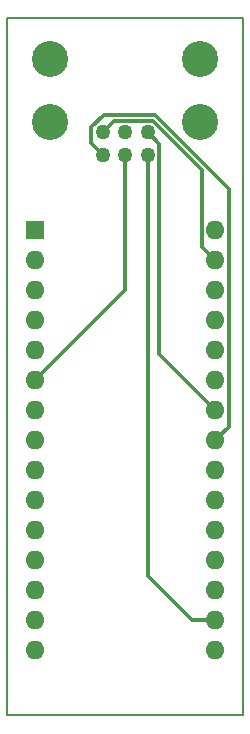
<source format=gbr>
%TF.GenerationSoftware,KiCad,Pcbnew,8.0.2*%
%TF.CreationDate,2024-05-07T22:28:17+02:00*%
%TF.ProjectId,WIITEST,57494954-4553-4542-9e6b-696361645f70,rev?*%
%TF.SameCoordinates,Original*%
%TF.FileFunction,Copper,L1,Top*%
%TF.FilePolarity,Positive*%
%FSLAX46Y46*%
G04 Gerber Fmt 4.6, Leading zero omitted, Abs format (unit mm)*
G04 Created by KiCad (PCBNEW 8.0.2) date 2024-05-07 22:28:17*
%MOMM*%
%LPD*%
G01*
G04 APERTURE LIST*
%TA.AperFunction,NonConductor*%
%ADD10C,0.200000*%
%TD*%
%TA.AperFunction,ComponentPad*%
%ADD11C,1.270000*%
%TD*%
%TA.AperFunction,ComponentPad*%
%ADD12C,3.048000*%
%TD*%
%TA.AperFunction,ComponentPad*%
%ADD13R,1.600000X1.600000*%
%TD*%
%TA.AperFunction,ComponentPad*%
%ADD14O,1.600000X1.600000*%
%TD*%
%TA.AperFunction,Conductor*%
%ADD15C,0.300000*%
%TD*%
G04 APERTURE END LIST*
D10*
X113157000Y-51943000D02*
X133157000Y-51943000D01*
X133157000Y-110943000D01*
X113157000Y-110943000D01*
X113157000Y-51943000D01*
D11*
%TO.P,U1,6,GND*%
%TO.N,Net-(U1-GND)*%
X121252000Y-61571200D03*
%TO.P,U1,5,SDA*%
%TO.N,Net-(A1-A4)*%
X121252000Y-63476200D03*
%TO.P,U1,4,NC*%
%TO.N,unconnected-(U1-NC-Pad4)*%
X123157000Y-61571200D03*
%TO.P,U1,3,Detect_device*%
%TO.N,Net-(A1-D3)*%
X123157000Y-63476200D03*
%TO.P,U1,2,SCL*%
%TO.N,Net-(A1-A5)*%
X125062000Y-61571200D03*
%TO.P,U1,1,VCC_3.3V*%
%TO.N,Net-(A1-3V3)*%
X125062000Y-63476200D03*
D12*
%TO.P,U1,*%
%TO.N,*%
X129507000Y-60682200D03*
X129507000Y-55348200D03*
X116807000Y-60682200D03*
X116807000Y-55348200D03*
%TD*%
D13*
%TO.P,A1,1,D1/TX*%
%TO.N,unconnected-(A1-D1{slash}TX-Pad1)*%
X115547000Y-69875400D03*
D14*
%TO.P,A1,2,D0/RX*%
%TO.N,unconnected-(A1-D0{slash}RX-Pad2)*%
X115547000Y-72415400D03*
%TO.P,A1,3,~{RESET}*%
%TO.N,unconnected-(A1-~{RESET}-Pad3)*%
X115547000Y-74955400D03*
%TO.P,A1,4,GND*%
%TO.N,unconnected-(A1-GND-Pad4)*%
X115547000Y-77495400D03*
%TO.P,A1,5,D2*%
%TO.N,unconnected-(A1-D2-Pad5)*%
X115547000Y-80035400D03*
%TO.P,A1,6,D3*%
%TO.N,Net-(A1-D3)*%
X115547000Y-82575400D03*
%TO.P,A1,7,D4*%
%TO.N,unconnected-(A1-D4-Pad7)*%
X115547000Y-85115400D03*
%TO.P,A1,8,D5*%
%TO.N,unconnected-(A1-D5-Pad8)*%
X115547000Y-87655400D03*
%TO.P,A1,9,D6*%
%TO.N,unconnected-(A1-D6-Pad9)*%
X115547000Y-90195400D03*
%TO.P,A1,10,D7*%
%TO.N,unconnected-(A1-D7-Pad10)*%
X115547000Y-92735400D03*
%TO.P,A1,11,D8*%
%TO.N,unconnected-(A1-D8-Pad11)*%
X115547000Y-95275400D03*
%TO.P,A1,12,D9*%
%TO.N,unconnected-(A1-D9-Pad12)*%
X115547000Y-97815400D03*
%TO.P,A1,13,D10*%
%TO.N,unconnected-(A1-D10-Pad13)*%
X115547000Y-100355400D03*
%TO.P,A1,14,D11*%
%TO.N,unconnected-(A1-D11-Pad14)*%
X115547000Y-102895400D03*
%TO.P,A1,15,D12*%
%TO.N,unconnected-(A1-D12-Pad15)*%
X115547000Y-105435400D03*
%TO.P,A1,16,D13*%
%TO.N,unconnected-(A1-D13-Pad16)*%
X130787000Y-105435400D03*
%TO.P,A1,17,3V3*%
%TO.N,Net-(A1-3V3)*%
X130787000Y-102895400D03*
%TO.P,A1,18,AREF*%
%TO.N,unconnected-(A1-AREF-Pad18)*%
X130787000Y-100355400D03*
%TO.P,A1,19,A0*%
%TO.N,unconnected-(A1-A0-Pad19)*%
X130787000Y-97815400D03*
%TO.P,A1,20,A1*%
%TO.N,unconnected-(A1-A1-Pad20)*%
X130787000Y-95275400D03*
%TO.P,A1,21,A2*%
%TO.N,unconnected-(A1-A2-Pad21)*%
X130787000Y-92735400D03*
%TO.P,A1,22,A3*%
%TO.N,unconnected-(A1-A3-Pad22)*%
X130787000Y-90195400D03*
%TO.P,A1,23,A4*%
%TO.N,Net-(A1-A4)*%
X130787000Y-87655400D03*
%TO.P,A1,24,A5*%
%TO.N,Net-(A1-A5)*%
X130787000Y-85115400D03*
%TO.P,A1,25,A6*%
%TO.N,unconnected-(A1-A6-Pad25)*%
X130787000Y-82575400D03*
%TO.P,A1,26,A7*%
%TO.N,unconnected-(A1-A7-Pad26)*%
X130787000Y-80035400D03*
%TO.P,A1,27,+5V*%
%TO.N,unconnected-(A1-+5V-Pad27)*%
X130787000Y-77495400D03*
%TO.P,A1,28,~{RESET}*%
%TO.N,unconnected-(A1-~{RESET}-Pad28)*%
X130787000Y-74955400D03*
%TO.P,A1,29,GND*%
%TO.N,Net-(U1-GND)*%
X130787000Y-72415400D03*
%TO.P,A1,30,VIN*%
%TO.N,unconnected-(A1-VIN-Pad30)*%
X130787000Y-69875400D03*
%TD*%
D15*
%TO.N,Net-(A1-A4)*%
X121343999Y-60086200D02*
X125690307Y-60086200D01*
X120267000Y-62491200D02*
X120267000Y-61163199D01*
X125690307Y-60086200D02*
X131953000Y-66348893D01*
X120267000Y-61163199D02*
X121343999Y-60086200D01*
X131953000Y-66348893D02*
X131953000Y-86489400D01*
X121252000Y-63476200D02*
X120267000Y-62491200D01*
X131953000Y-86489400D02*
X130787000Y-87655400D01*
%TO.N,Net-(A1-D3)*%
X123157000Y-74965400D02*
X115547000Y-82575400D01*
X123157000Y-63476200D02*
X123157000Y-74965400D01*
%TO.N,Net-(U1-GND)*%
X129637000Y-64740000D02*
X129637000Y-71265400D01*
X122237000Y-60586200D02*
X125483200Y-60586200D01*
X121252000Y-61571200D02*
X122237000Y-60586200D01*
X129637000Y-71265400D02*
X130787000Y-72415400D01*
X125483200Y-60586200D02*
X129637000Y-64740000D01*
%TO.N,Net-(A1-A5)*%
X125062000Y-61571200D02*
X126047000Y-62556200D01*
X126047000Y-80375400D02*
X130787000Y-85115400D01*
X126047000Y-62556200D02*
X126047000Y-80375400D01*
%TO.N,Net-(A1-3V3)*%
X125062000Y-99179400D02*
X128778000Y-102895400D01*
X125062000Y-63476200D02*
X125062000Y-99179400D01*
X128778000Y-102895400D02*
X130787000Y-102895400D01*
%TD*%
M02*

</source>
